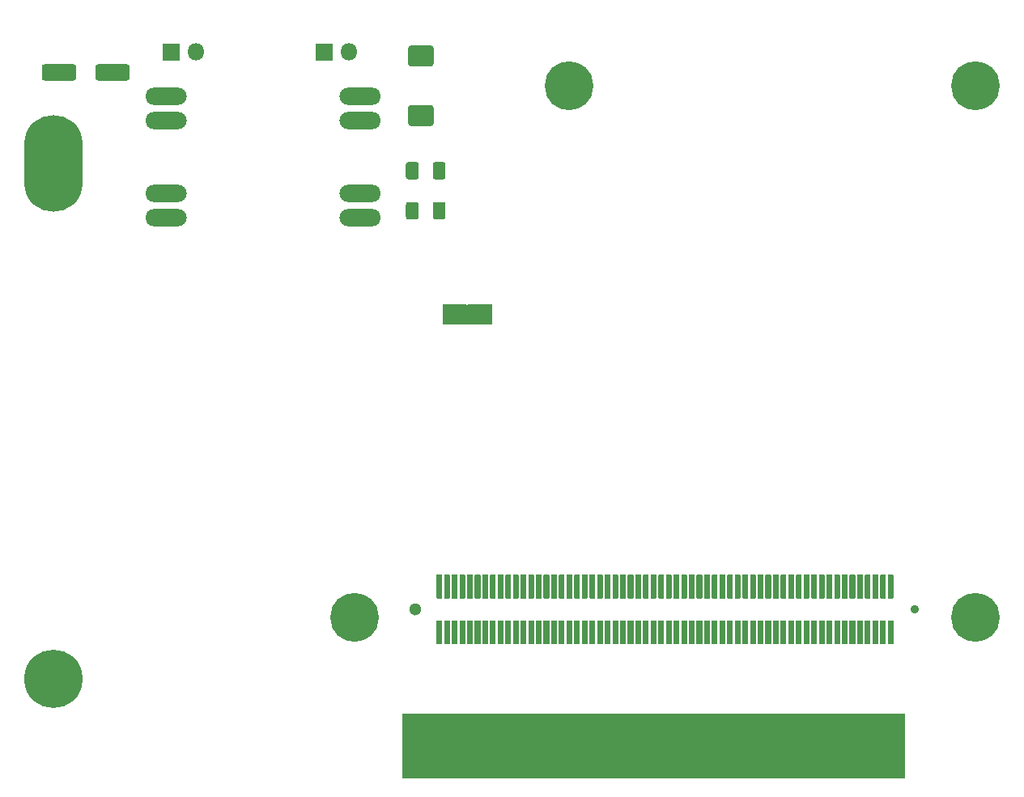
<source format=gts>
%TF.GenerationSoftware,KiCad,Pcbnew,(5.1.9)-1*%
%TF.CreationDate,2021-07-12T14:29:20+08:00*%
%TF.ProjectId,V1-10x10,56312d31-3078-4313-902e-6b696361645f,rev?*%
%TF.SameCoordinates,Original*%
%TF.FileFunction,Soldermask,Top*%
%TF.FilePolarity,Negative*%
%FSLAX46Y46*%
G04 Gerber Fmt 4.6, Leading zero omitted, Abs format (unit mm)*
G04 Created by KiCad (PCBNEW (5.1.9)-1) date 2021-07-12 14:29:20*
%MOMM*%
%LPD*%
G01*
G04 APERTURE LIST*
%ADD10C,0.100000*%
%ADD11O,6.100000X10.100000*%
%ADD12C,6.100000*%
%ADD13C,5.100000*%
%ADD14C,1.300000*%
%ADD15C,0.900000*%
%ADD16O,1.800000X1.800000*%
%ADD17C,1.800000*%
%ADD18O,4.340000X1.800000*%
G04 APERTURE END LIST*
D10*
G36*
X184800000Y-135000000D02*
G01*
X132250000Y-135000000D01*
X132250000Y-128350000D01*
X184800000Y-128350000D01*
X184800000Y-135000000D01*
G37*
X184800000Y-135000000D02*
X132250000Y-135000000D01*
X132250000Y-128350000D01*
X184800000Y-128350000D01*
X184800000Y-135000000D01*
G36*
X139480000Y-87530000D02*
G01*
X138680000Y-87530000D01*
X138680000Y-85530000D01*
X139480000Y-85530000D01*
X139480000Y-87530000D01*
G37*
X139480000Y-87530000D02*
X138680000Y-87530000D01*
X138680000Y-85530000D01*
X139480000Y-85530000D01*
X139480000Y-87530000D01*
G36*
G01*
X147250000Y-132700000D02*
X147250000Y-128400000D01*
G75*
G02*
X147300000Y-128350000I50000J0D01*
G01*
X148000000Y-128350000D01*
G75*
G02*
X148050000Y-128400000I0J-50000D01*
G01*
X148050000Y-132700000D01*
G75*
G02*
X148000000Y-132750000I-50000J0D01*
G01*
X147300000Y-132750000D01*
G75*
G02*
X147250000Y-132700000I0J50000D01*
G01*
G37*
G36*
G01*
X146250000Y-132700000D02*
X146250000Y-128400000D01*
G75*
G02*
X146300000Y-128350000I50000J0D01*
G01*
X147000000Y-128350000D01*
G75*
G02*
X147050000Y-128400000I0J-50000D01*
G01*
X147050000Y-132700000D01*
G75*
G02*
X147000000Y-132750000I-50000J0D01*
G01*
X146300000Y-132750000D01*
G75*
G02*
X146250000Y-132700000I0J50000D01*
G01*
G37*
G36*
G01*
X152250000Y-132700000D02*
X152250000Y-128400000D01*
G75*
G02*
X152300000Y-128350000I50000J0D01*
G01*
X153000000Y-128350000D01*
G75*
G02*
X153050000Y-128400000I0J-50000D01*
G01*
X153050000Y-132700000D01*
G75*
G02*
X153000000Y-132750000I-50000J0D01*
G01*
X152300000Y-132750000D01*
G75*
G02*
X152250000Y-132700000I0J50000D01*
G01*
G37*
G36*
G01*
X151250000Y-132700000D02*
X151250000Y-128400000D01*
G75*
G02*
X151300000Y-128350000I50000J0D01*
G01*
X152000000Y-128350000D01*
G75*
G02*
X152050000Y-128400000I0J-50000D01*
G01*
X152050000Y-132700000D01*
G75*
G02*
X152000000Y-132750000I-50000J0D01*
G01*
X151300000Y-132750000D01*
G75*
G02*
X151250000Y-132700000I0J50000D01*
G01*
G37*
G36*
G01*
X150250000Y-132700000D02*
X150250000Y-128400000D01*
G75*
G02*
X150300000Y-128350000I50000J0D01*
G01*
X151000000Y-128350000D01*
G75*
G02*
X151050000Y-128400000I0J-50000D01*
G01*
X151050000Y-132700000D01*
G75*
G02*
X151000000Y-132750000I-50000J0D01*
G01*
X150300000Y-132750000D01*
G75*
G02*
X150250000Y-132700000I0J50000D01*
G01*
G37*
G36*
G01*
X149250000Y-132700000D02*
X149250000Y-128400000D01*
G75*
G02*
X149300000Y-128350000I50000J0D01*
G01*
X150000000Y-128350000D01*
G75*
G02*
X150050000Y-128400000I0J-50000D01*
G01*
X150050000Y-132700000D01*
G75*
G02*
X150000000Y-132750000I-50000J0D01*
G01*
X149300000Y-132750000D01*
G75*
G02*
X149250000Y-132700000I0J50000D01*
G01*
G37*
G36*
G01*
X148250000Y-132700000D02*
X148250000Y-128400000D01*
G75*
G02*
X148300000Y-128350000I50000J0D01*
G01*
X149000000Y-128350000D01*
G75*
G02*
X149050000Y-128400000I0J-50000D01*
G01*
X149050000Y-132700000D01*
G75*
G02*
X149000000Y-132750000I-50000J0D01*
G01*
X148300000Y-132750000D01*
G75*
G02*
X148250000Y-132700000I0J50000D01*
G01*
G37*
G36*
G01*
X143250000Y-132700000D02*
X143250000Y-128400000D01*
G75*
G02*
X143300000Y-128350000I50000J0D01*
G01*
X144000000Y-128350000D01*
G75*
G02*
X144050000Y-128400000I0J-50000D01*
G01*
X144050000Y-132700000D01*
G75*
G02*
X144000000Y-132750000I-50000J0D01*
G01*
X143300000Y-132750000D01*
G75*
G02*
X143250000Y-132700000I0J50000D01*
G01*
G37*
G36*
G01*
X142250000Y-132700000D02*
X142250000Y-128400000D01*
G75*
G02*
X142300000Y-128350000I50000J0D01*
G01*
X143000000Y-128350000D01*
G75*
G02*
X143050000Y-128400000I0J-50000D01*
G01*
X143050000Y-132700000D01*
G75*
G02*
X143000000Y-132750000I-50000J0D01*
G01*
X142300000Y-132750000D01*
G75*
G02*
X142250000Y-132700000I0J50000D01*
G01*
G37*
G36*
G01*
X141250000Y-132700000D02*
X141250000Y-128400000D01*
G75*
G02*
X141300000Y-128350000I50000J0D01*
G01*
X142000000Y-128350000D01*
G75*
G02*
X142050000Y-128400000I0J-50000D01*
G01*
X142050000Y-132700000D01*
G75*
G02*
X142000000Y-132750000I-50000J0D01*
G01*
X141300000Y-132750000D01*
G75*
G02*
X141250000Y-132700000I0J50000D01*
G01*
G37*
G36*
G01*
X140250000Y-132700000D02*
X140250000Y-128400000D01*
G75*
G02*
X140300000Y-128350000I50000J0D01*
G01*
X141000000Y-128350000D01*
G75*
G02*
X141050000Y-128400000I0J-50000D01*
G01*
X141050000Y-132700000D01*
G75*
G02*
X141000000Y-132750000I-50000J0D01*
G01*
X140300000Y-132750000D01*
G75*
G02*
X140250000Y-132700000I0J50000D01*
G01*
G37*
G36*
G01*
X139250000Y-132700000D02*
X139250000Y-128400000D01*
G75*
G02*
X139300000Y-128350000I50000J0D01*
G01*
X140000000Y-128350000D01*
G75*
G02*
X140050000Y-128400000I0J-50000D01*
G01*
X140050000Y-132700000D01*
G75*
G02*
X140000000Y-132750000I-50000J0D01*
G01*
X139300000Y-132750000D01*
G75*
G02*
X139250000Y-132700000I0J50000D01*
G01*
G37*
G36*
G01*
X138250000Y-132700000D02*
X138250000Y-128400000D01*
G75*
G02*
X138300000Y-128350000I50000J0D01*
G01*
X139000000Y-128350000D01*
G75*
G02*
X139050000Y-128400000I0J-50000D01*
G01*
X139050000Y-132700000D01*
G75*
G02*
X139000000Y-132750000I-50000J0D01*
G01*
X138300000Y-132750000D01*
G75*
G02*
X138250000Y-132700000I0J50000D01*
G01*
G37*
G36*
G01*
X137250000Y-132700000D02*
X137250000Y-128400000D01*
G75*
G02*
X137300000Y-128350000I50000J0D01*
G01*
X138000000Y-128350000D01*
G75*
G02*
X138050000Y-128400000I0J-50000D01*
G01*
X138050000Y-132700000D01*
G75*
G02*
X138000000Y-132750000I-50000J0D01*
G01*
X137300000Y-132750000D01*
G75*
G02*
X137250000Y-132700000I0J50000D01*
G01*
G37*
G36*
G01*
X136250000Y-132700000D02*
X136250000Y-128400000D01*
G75*
G02*
X136300000Y-128350000I50000J0D01*
G01*
X137000000Y-128350000D01*
G75*
G02*
X137050000Y-128400000I0J-50000D01*
G01*
X137050000Y-132700000D01*
G75*
G02*
X137000000Y-132750000I-50000J0D01*
G01*
X136300000Y-132750000D01*
G75*
G02*
X136250000Y-132700000I0J50000D01*
G01*
G37*
G36*
G01*
X135250000Y-132700000D02*
X135250000Y-128400000D01*
G75*
G02*
X135300000Y-128350000I50000J0D01*
G01*
X136000000Y-128350000D01*
G75*
G02*
X136050000Y-128400000I0J-50000D01*
G01*
X136050000Y-132700000D01*
G75*
G02*
X136000000Y-132750000I-50000J0D01*
G01*
X135300000Y-132750000D01*
G75*
G02*
X135250000Y-132700000I0J50000D01*
G01*
G37*
G36*
G01*
X134250000Y-132700000D02*
X134250000Y-128400000D01*
G75*
G02*
X134300000Y-128350000I50000J0D01*
G01*
X135000000Y-128350000D01*
G75*
G02*
X135050000Y-128400000I0J-50000D01*
G01*
X135050000Y-132700000D01*
G75*
G02*
X135000000Y-132750000I-50000J0D01*
G01*
X134300000Y-132750000D01*
G75*
G02*
X134250000Y-132700000I0J50000D01*
G01*
G37*
G36*
G01*
X133250000Y-132700000D02*
X133250000Y-128400000D01*
G75*
G02*
X133300000Y-128350000I50000J0D01*
G01*
X134000000Y-128350000D01*
G75*
G02*
X134050000Y-128400000I0J-50000D01*
G01*
X134050000Y-132700000D01*
G75*
G02*
X134000000Y-132750000I-50000J0D01*
G01*
X133300000Y-132750000D01*
G75*
G02*
X133250000Y-132700000I0J50000D01*
G01*
G37*
G36*
G01*
X153250000Y-132700000D02*
X153250000Y-128400000D01*
G75*
G02*
X153300000Y-128350000I50000J0D01*
G01*
X154000000Y-128350000D01*
G75*
G02*
X154050000Y-128400000I0J-50000D01*
G01*
X154050000Y-132700000D01*
G75*
G02*
X154000000Y-132750000I-50000J0D01*
G01*
X153300000Y-132750000D01*
G75*
G02*
X153250000Y-132700000I0J50000D01*
G01*
G37*
G36*
G01*
X154250000Y-132700000D02*
X154250000Y-128400000D01*
G75*
G02*
X154300000Y-128350000I50000J0D01*
G01*
X155000000Y-128350000D01*
G75*
G02*
X155050000Y-128400000I0J-50000D01*
G01*
X155050000Y-132700000D01*
G75*
G02*
X155000000Y-132750000I-50000J0D01*
G01*
X154300000Y-132750000D01*
G75*
G02*
X154250000Y-132700000I0J50000D01*
G01*
G37*
G36*
G01*
X155250000Y-132700000D02*
X155250000Y-128400000D01*
G75*
G02*
X155300000Y-128350000I50000J0D01*
G01*
X156000000Y-128350000D01*
G75*
G02*
X156050000Y-128400000I0J-50000D01*
G01*
X156050000Y-132700000D01*
G75*
G02*
X156000000Y-132750000I-50000J0D01*
G01*
X155300000Y-132750000D01*
G75*
G02*
X155250000Y-132700000I0J50000D01*
G01*
G37*
G36*
G01*
X156250000Y-132700000D02*
X156250000Y-128400000D01*
G75*
G02*
X156300000Y-128350000I50000J0D01*
G01*
X157000000Y-128350000D01*
G75*
G02*
X157050000Y-128400000I0J-50000D01*
G01*
X157050000Y-132700000D01*
G75*
G02*
X157000000Y-132750000I-50000J0D01*
G01*
X156300000Y-132750000D01*
G75*
G02*
X156250000Y-132700000I0J50000D01*
G01*
G37*
G36*
G01*
X157250000Y-132700000D02*
X157250000Y-128400000D01*
G75*
G02*
X157300000Y-128350000I50000J0D01*
G01*
X158000000Y-128350000D01*
G75*
G02*
X158050000Y-128400000I0J-50000D01*
G01*
X158050000Y-132700000D01*
G75*
G02*
X158000000Y-132750000I-50000J0D01*
G01*
X157300000Y-132750000D01*
G75*
G02*
X157250000Y-132700000I0J50000D01*
G01*
G37*
G36*
G01*
X158250000Y-132700000D02*
X158250000Y-128400000D01*
G75*
G02*
X158300000Y-128350000I50000J0D01*
G01*
X159000000Y-128350000D01*
G75*
G02*
X159050000Y-128400000I0J-50000D01*
G01*
X159050000Y-132700000D01*
G75*
G02*
X159000000Y-132750000I-50000J0D01*
G01*
X158300000Y-132750000D01*
G75*
G02*
X158250000Y-132700000I0J50000D01*
G01*
G37*
G36*
G01*
X159250000Y-132700000D02*
X159250000Y-128400000D01*
G75*
G02*
X159300000Y-128350000I50000J0D01*
G01*
X160000000Y-128350000D01*
G75*
G02*
X160050000Y-128400000I0J-50000D01*
G01*
X160050000Y-132700000D01*
G75*
G02*
X160000000Y-132750000I-50000J0D01*
G01*
X159300000Y-132750000D01*
G75*
G02*
X159250000Y-132700000I0J50000D01*
G01*
G37*
G36*
G01*
X160250000Y-132700000D02*
X160250000Y-128400000D01*
G75*
G02*
X160300000Y-128350000I50000J0D01*
G01*
X161000000Y-128350000D01*
G75*
G02*
X161050000Y-128400000I0J-50000D01*
G01*
X161050000Y-132700000D01*
G75*
G02*
X161000000Y-132750000I-50000J0D01*
G01*
X160300000Y-132750000D01*
G75*
G02*
X160250000Y-132700000I0J50000D01*
G01*
G37*
G36*
G01*
X161250000Y-132700000D02*
X161250000Y-128400000D01*
G75*
G02*
X161300000Y-128350000I50000J0D01*
G01*
X162000000Y-128350000D01*
G75*
G02*
X162050000Y-128400000I0J-50000D01*
G01*
X162050000Y-132700000D01*
G75*
G02*
X162000000Y-132750000I-50000J0D01*
G01*
X161300000Y-132750000D01*
G75*
G02*
X161250000Y-132700000I0J50000D01*
G01*
G37*
G36*
G01*
X162250000Y-132700000D02*
X162250000Y-128400000D01*
G75*
G02*
X162300000Y-128350000I50000J0D01*
G01*
X163000000Y-128350000D01*
G75*
G02*
X163050000Y-128400000I0J-50000D01*
G01*
X163050000Y-132700000D01*
G75*
G02*
X163000000Y-132750000I-50000J0D01*
G01*
X162300000Y-132750000D01*
G75*
G02*
X162250000Y-132700000I0J50000D01*
G01*
G37*
G36*
G01*
X163250000Y-132700000D02*
X163250000Y-128400000D01*
G75*
G02*
X163300000Y-128350000I50000J0D01*
G01*
X164000000Y-128350000D01*
G75*
G02*
X164050000Y-128400000I0J-50000D01*
G01*
X164050000Y-132700000D01*
G75*
G02*
X164000000Y-132750000I-50000J0D01*
G01*
X163300000Y-132750000D01*
G75*
G02*
X163250000Y-132700000I0J50000D01*
G01*
G37*
G36*
G01*
X164250000Y-132700000D02*
X164250000Y-128400000D01*
G75*
G02*
X164300000Y-128350000I50000J0D01*
G01*
X165000000Y-128350000D01*
G75*
G02*
X165050000Y-128400000I0J-50000D01*
G01*
X165050000Y-132700000D01*
G75*
G02*
X165000000Y-132750000I-50000J0D01*
G01*
X164300000Y-132750000D01*
G75*
G02*
X164250000Y-132700000I0J50000D01*
G01*
G37*
G36*
G01*
X165250000Y-132700000D02*
X165250000Y-128400000D01*
G75*
G02*
X165300000Y-128350000I50000J0D01*
G01*
X166000000Y-128350000D01*
G75*
G02*
X166050000Y-128400000I0J-50000D01*
G01*
X166050000Y-132700000D01*
G75*
G02*
X166000000Y-132750000I-50000J0D01*
G01*
X165300000Y-132750000D01*
G75*
G02*
X165250000Y-132700000I0J50000D01*
G01*
G37*
G36*
G01*
X166250000Y-132700000D02*
X166250000Y-128400000D01*
G75*
G02*
X166300000Y-128350000I50000J0D01*
G01*
X167000000Y-128350000D01*
G75*
G02*
X167050000Y-128400000I0J-50000D01*
G01*
X167050000Y-132700000D01*
G75*
G02*
X167000000Y-132750000I-50000J0D01*
G01*
X166300000Y-132750000D01*
G75*
G02*
X166250000Y-132700000I0J50000D01*
G01*
G37*
G36*
G01*
X167250000Y-132700000D02*
X167250000Y-128400000D01*
G75*
G02*
X167300000Y-128350000I50000J0D01*
G01*
X168000000Y-128350000D01*
G75*
G02*
X168050000Y-128400000I0J-50000D01*
G01*
X168050000Y-132700000D01*
G75*
G02*
X168000000Y-132750000I-50000J0D01*
G01*
X167300000Y-132750000D01*
G75*
G02*
X167250000Y-132700000I0J50000D01*
G01*
G37*
G36*
G01*
X168250000Y-132700000D02*
X168250000Y-128400000D01*
G75*
G02*
X168300000Y-128350000I50000J0D01*
G01*
X169000000Y-128350000D01*
G75*
G02*
X169050000Y-128400000I0J-50000D01*
G01*
X169050000Y-132700000D01*
G75*
G02*
X169000000Y-132750000I-50000J0D01*
G01*
X168300000Y-132750000D01*
G75*
G02*
X168250000Y-132700000I0J50000D01*
G01*
G37*
G36*
G01*
X169250000Y-132700000D02*
X169250000Y-128400000D01*
G75*
G02*
X169300000Y-128350000I50000J0D01*
G01*
X170000000Y-128350000D01*
G75*
G02*
X170050000Y-128400000I0J-50000D01*
G01*
X170050000Y-132700000D01*
G75*
G02*
X170000000Y-132750000I-50000J0D01*
G01*
X169300000Y-132750000D01*
G75*
G02*
X169250000Y-132700000I0J50000D01*
G01*
G37*
G36*
G01*
X170250000Y-132700000D02*
X170250000Y-128400000D01*
G75*
G02*
X170300000Y-128350000I50000J0D01*
G01*
X171000000Y-128350000D01*
G75*
G02*
X171050000Y-128400000I0J-50000D01*
G01*
X171050000Y-132700000D01*
G75*
G02*
X171000000Y-132750000I-50000J0D01*
G01*
X170300000Y-132750000D01*
G75*
G02*
X170250000Y-132700000I0J50000D01*
G01*
G37*
G36*
G01*
X171250000Y-132700000D02*
X171250000Y-128400000D01*
G75*
G02*
X171300000Y-128350000I50000J0D01*
G01*
X172000000Y-128350000D01*
G75*
G02*
X172050000Y-128400000I0J-50000D01*
G01*
X172050000Y-132700000D01*
G75*
G02*
X172000000Y-132750000I-50000J0D01*
G01*
X171300000Y-132750000D01*
G75*
G02*
X171250000Y-132700000I0J50000D01*
G01*
G37*
G36*
G01*
X172250000Y-132700000D02*
X172250000Y-128400000D01*
G75*
G02*
X172300000Y-128350000I50000J0D01*
G01*
X173000000Y-128350000D01*
G75*
G02*
X173050000Y-128400000I0J-50000D01*
G01*
X173050000Y-132700000D01*
G75*
G02*
X173000000Y-132750000I-50000J0D01*
G01*
X172300000Y-132750000D01*
G75*
G02*
X172250000Y-132700000I0J50000D01*
G01*
G37*
G36*
G01*
X173250000Y-132700000D02*
X173250000Y-128400000D01*
G75*
G02*
X173300000Y-128350000I50000J0D01*
G01*
X174000000Y-128350000D01*
G75*
G02*
X174050000Y-128400000I0J-50000D01*
G01*
X174050000Y-132700000D01*
G75*
G02*
X174000000Y-132750000I-50000J0D01*
G01*
X173300000Y-132750000D01*
G75*
G02*
X173250000Y-132700000I0J50000D01*
G01*
G37*
G36*
G01*
X174250000Y-132700000D02*
X174250000Y-128400000D01*
G75*
G02*
X174300000Y-128350000I50000J0D01*
G01*
X175000000Y-128350000D01*
G75*
G02*
X175050000Y-128400000I0J-50000D01*
G01*
X175050000Y-132700000D01*
G75*
G02*
X175000000Y-132750000I-50000J0D01*
G01*
X174300000Y-132750000D01*
G75*
G02*
X174250000Y-132700000I0J50000D01*
G01*
G37*
G36*
G01*
X175250000Y-132700000D02*
X175250000Y-128400000D01*
G75*
G02*
X175300000Y-128350000I50000J0D01*
G01*
X176000000Y-128350000D01*
G75*
G02*
X176050000Y-128400000I0J-50000D01*
G01*
X176050000Y-132700000D01*
G75*
G02*
X176000000Y-132750000I-50000J0D01*
G01*
X175300000Y-132750000D01*
G75*
G02*
X175250000Y-132700000I0J50000D01*
G01*
G37*
G36*
G01*
X176250000Y-132700000D02*
X176250000Y-128400000D01*
G75*
G02*
X176300000Y-128350000I50000J0D01*
G01*
X177000000Y-128350000D01*
G75*
G02*
X177050000Y-128400000I0J-50000D01*
G01*
X177050000Y-132700000D01*
G75*
G02*
X177000000Y-132750000I-50000J0D01*
G01*
X176300000Y-132750000D01*
G75*
G02*
X176250000Y-132700000I0J50000D01*
G01*
G37*
G36*
G01*
X177250000Y-132700000D02*
X177250000Y-128400000D01*
G75*
G02*
X177300000Y-128350000I50000J0D01*
G01*
X178000000Y-128350000D01*
G75*
G02*
X178050000Y-128400000I0J-50000D01*
G01*
X178050000Y-132700000D01*
G75*
G02*
X178000000Y-132750000I-50000J0D01*
G01*
X177300000Y-132750000D01*
G75*
G02*
X177250000Y-132700000I0J50000D01*
G01*
G37*
G36*
G01*
X178250000Y-132700000D02*
X178250000Y-128400000D01*
G75*
G02*
X178300000Y-128350000I50000J0D01*
G01*
X179000000Y-128350000D01*
G75*
G02*
X179050000Y-128400000I0J-50000D01*
G01*
X179050000Y-132700000D01*
G75*
G02*
X179000000Y-132750000I-50000J0D01*
G01*
X178300000Y-132750000D01*
G75*
G02*
X178250000Y-132700000I0J50000D01*
G01*
G37*
G36*
G01*
X179250000Y-132700000D02*
X179250000Y-128400000D01*
G75*
G02*
X179300000Y-128350000I50000J0D01*
G01*
X180000000Y-128350000D01*
G75*
G02*
X180050000Y-128400000I0J-50000D01*
G01*
X180050000Y-132700000D01*
G75*
G02*
X180000000Y-132750000I-50000J0D01*
G01*
X179300000Y-132750000D01*
G75*
G02*
X179250000Y-132700000I0J50000D01*
G01*
G37*
G36*
G01*
X180250000Y-132700000D02*
X180250000Y-128400000D01*
G75*
G02*
X180300000Y-128350000I50000J0D01*
G01*
X181000000Y-128350000D01*
G75*
G02*
X181050000Y-128400000I0J-50000D01*
G01*
X181050000Y-132700000D01*
G75*
G02*
X181000000Y-132750000I-50000J0D01*
G01*
X180300000Y-132750000D01*
G75*
G02*
X180250000Y-132700000I0J50000D01*
G01*
G37*
G36*
G01*
X181250000Y-132700000D02*
X181250000Y-128400000D01*
G75*
G02*
X181300000Y-128350000I50000J0D01*
G01*
X182000000Y-128350000D01*
G75*
G02*
X182050000Y-128400000I0J-50000D01*
G01*
X182050000Y-132700000D01*
G75*
G02*
X182000000Y-132750000I-50000J0D01*
G01*
X181300000Y-132750000D01*
G75*
G02*
X181250000Y-132700000I0J50000D01*
G01*
G37*
G36*
G01*
X182250000Y-131600000D02*
X182250000Y-128400000D01*
G75*
G02*
X182300000Y-128350000I50000J0D01*
G01*
X183000000Y-128350000D01*
G75*
G02*
X183050000Y-128400000I0J-50000D01*
G01*
X183050000Y-131600000D01*
G75*
G02*
X183000000Y-131650000I-50000J0D01*
G01*
X182300000Y-131650000D01*
G75*
G02*
X182250000Y-131600000I0J50000D01*
G01*
G37*
G36*
G01*
X183250000Y-132700000D02*
X183250000Y-128400000D01*
G75*
G02*
X183300000Y-128350000I50000J0D01*
G01*
X184000000Y-128350000D01*
G75*
G02*
X184050000Y-128400000I0J-50000D01*
G01*
X184050000Y-132700000D01*
G75*
G02*
X184000000Y-132750000I-50000J0D01*
G01*
X183300000Y-132750000D01*
G75*
G02*
X183250000Y-132700000I0J50000D01*
G01*
G37*
D11*
X95800000Y-70750000D03*
D12*
X95800000Y-124650001D03*
G36*
G01*
X183050000Y-116220000D02*
X183050000Y-113820000D01*
G75*
G02*
X183100000Y-113770000I50000J0D01*
G01*
X183600000Y-113770000D01*
G75*
G02*
X183650000Y-113820000I0J-50000D01*
G01*
X183650000Y-116220000D01*
G75*
G02*
X183600000Y-116270000I-50000J0D01*
G01*
X183100000Y-116270000D01*
G75*
G02*
X183050000Y-116220000I0J50000D01*
G01*
G37*
G36*
G01*
X182250000Y-116220000D02*
X182250000Y-113820000D01*
G75*
G02*
X182300000Y-113770000I50000J0D01*
G01*
X182800000Y-113770000D01*
G75*
G02*
X182850000Y-113820000I0J-50000D01*
G01*
X182850000Y-116220000D01*
G75*
G02*
X182800000Y-116270000I-50000J0D01*
G01*
X182300000Y-116270000D01*
G75*
G02*
X182250000Y-116220000I0J50000D01*
G01*
G37*
G36*
G01*
X181450000Y-116220000D02*
X181450000Y-113820000D01*
G75*
G02*
X181500000Y-113770000I50000J0D01*
G01*
X182000000Y-113770000D01*
G75*
G02*
X182050000Y-113820000I0J-50000D01*
G01*
X182050000Y-116220000D01*
G75*
G02*
X182000000Y-116270000I-50000J0D01*
G01*
X181500000Y-116270000D01*
G75*
G02*
X181450000Y-116220000I0J50000D01*
G01*
G37*
G36*
G01*
X180650000Y-116220000D02*
X180650000Y-113820000D01*
G75*
G02*
X180700000Y-113770000I50000J0D01*
G01*
X181200000Y-113770000D01*
G75*
G02*
X181250000Y-113820000I0J-50000D01*
G01*
X181250000Y-116220000D01*
G75*
G02*
X181200000Y-116270000I-50000J0D01*
G01*
X180700000Y-116270000D01*
G75*
G02*
X180650000Y-116220000I0J50000D01*
G01*
G37*
G36*
G01*
X179850000Y-116220000D02*
X179850000Y-113820000D01*
G75*
G02*
X179900000Y-113770000I50000J0D01*
G01*
X180400000Y-113770000D01*
G75*
G02*
X180450000Y-113820000I0J-50000D01*
G01*
X180450000Y-116220000D01*
G75*
G02*
X180400000Y-116270000I-50000J0D01*
G01*
X179900000Y-116270000D01*
G75*
G02*
X179850000Y-116220000I0J50000D01*
G01*
G37*
G36*
G01*
X179050000Y-116220000D02*
X179050000Y-113820000D01*
G75*
G02*
X179100000Y-113770000I50000J0D01*
G01*
X179600000Y-113770000D01*
G75*
G02*
X179650000Y-113820000I0J-50000D01*
G01*
X179650000Y-116220000D01*
G75*
G02*
X179600000Y-116270000I-50000J0D01*
G01*
X179100000Y-116270000D01*
G75*
G02*
X179050000Y-116220000I0J50000D01*
G01*
G37*
G36*
G01*
X178250000Y-116220000D02*
X178250000Y-113820000D01*
G75*
G02*
X178300000Y-113770000I50000J0D01*
G01*
X178800000Y-113770000D01*
G75*
G02*
X178850000Y-113820000I0J-50000D01*
G01*
X178850000Y-116220000D01*
G75*
G02*
X178800000Y-116270000I-50000J0D01*
G01*
X178300000Y-116270000D01*
G75*
G02*
X178250000Y-116220000I0J50000D01*
G01*
G37*
G36*
G01*
X177450000Y-116220000D02*
X177450000Y-113820000D01*
G75*
G02*
X177500000Y-113770000I50000J0D01*
G01*
X178000000Y-113770000D01*
G75*
G02*
X178050000Y-113820000I0J-50000D01*
G01*
X178050000Y-116220000D01*
G75*
G02*
X178000000Y-116270000I-50000J0D01*
G01*
X177500000Y-116270000D01*
G75*
G02*
X177450000Y-116220000I0J50000D01*
G01*
G37*
G36*
G01*
X176650000Y-116220000D02*
X176650000Y-113820000D01*
G75*
G02*
X176700000Y-113770000I50000J0D01*
G01*
X177200000Y-113770000D01*
G75*
G02*
X177250000Y-113820000I0J-50000D01*
G01*
X177250000Y-116220000D01*
G75*
G02*
X177200000Y-116270000I-50000J0D01*
G01*
X176700000Y-116270000D01*
G75*
G02*
X176650000Y-116220000I0J50000D01*
G01*
G37*
G36*
G01*
X175850000Y-116220000D02*
X175850000Y-113820000D01*
G75*
G02*
X175900000Y-113770000I50000J0D01*
G01*
X176400000Y-113770000D01*
G75*
G02*
X176450000Y-113820000I0J-50000D01*
G01*
X176450000Y-116220000D01*
G75*
G02*
X176400000Y-116270000I-50000J0D01*
G01*
X175900000Y-116270000D01*
G75*
G02*
X175850000Y-116220000I0J50000D01*
G01*
G37*
G36*
G01*
X175050000Y-116220000D02*
X175050000Y-113820000D01*
G75*
G02*
X175100000Y-113770000I50000J0D01*
G01*
X175600000Y-113770000D01*
G75*
G02*
X175650000Y-113820000I0J-50000D01*
G01*
X175650000Y-116220000D01*
G75*
G02*
X175600000Y-116270000I-50000J0D01*
G01*
X175100000Y-116270000D01*
G75*
G02*
X175050000Y-116220000I0J50000D01*
G01*
G37*
G36*
G01*
X174250000Y-116220000D02*
X174250000Y-113820000D01*
G75*
G02*
X174300000Y-113770000I50000J0D01*
G01*
X174800000Y-113770000D01*
G75*
G02*
X174850000Y-113820000I0J-50000D01*
G01*
X174850000Y-116220000D01*
G75*
G02*
X174800000Y-116270000I-50000J0D01*
G01*
X174300000Y-116270000D01*
G75*
G02*
X174250000Y-116220000I0J50000D01*
G01*
G37*
G36*
G01*
X173450000Y-116220000D02*
X173450000Y-113820000D01*
G75*
G02*
X173500000Y-113770000I50000J0D01*
G01*
X174000000Y-113770000D01*
G75*
G02*
X174050000Y-113820000I0J-50000D01*
G01*
X174050000Y-116220000D01*
G75*
G02*
X174000000Y-116270000I-50000J0D01*
G01*
X173500000Y-116270000D01*
G75*
G02*
X173450000Y-116220000I0J50000D01*
G01*
G37*
G36*
G01*
X172650000Y-116220000D02*
X172650000Y-113820000D01*
G75*
G02*
X172700000Y-113770000I50000J0D01*
G01*
X173200000Y-113770000D01*
G75*
G02*
X173250000Y-113820000I0J-50000D01*
G01*
X173250000Y-116220000D01*
G75*
G02*
X173200000Y-116270000I-50000J0D01*
G01*
X172700000Y-116270000D01*
G75*
G02*
X172650000Y-116220000I0J50000D01*
G01*
G37*
G36*
G01*
X171850000Y-116220000D02*
X171850000Y-113820000D01*
G75*
G02*
X171900000Y-113770000I50000J0D01*
G01*
X172400000Y-113770000D01*
G75*
G02*
X172450000Y-113820000I0J-50000D01*
G01*
X172450000Y-116220000D01*
G75*
G02*
X172400000Y-116270000I-50000J0D01*
G01*
X171900000Y-116270000D01*
G75*
G02*
X171850000Y-116220000I0J50000D01*
G01*
G37*
G36*
G01*
X171050000Y-116220000D02*
X171050000Y-113820000D01*
G75*
G02*
X171100000Y-113770000I50000J0D01*
G01*
X171600000Y-113770000D01*
G75*
G02*
X171650000Y-113820000I0J-50000D01*
G01*
X171650000Y-116220000D01*
G75*
G02*
X171600000Y-116270000I-50000J0D01*
G01*
X171100000Y-116270000D01*
G75*
G02*
X171050000Y-116220000I0J50000D01*
G01*
G37*
G36*
G01*
X170250000Y-116220000D02*
X170250000Y-113820000D01*
G75*
G02*
X170300000Y-113770000I50000J0D01*
G01*
X170800000Y-113770000D01*
G75*
G02*
X170850000Y-113820000I0J-50000D01*
G01*
X170850000Y-116220000D01*
G75*
G02*
X170800000Y-116270000I-50000J0D01*
G01*
X170300000Y-116270000D01*
G75*
G02*
X170250000Y-116220000I0J50000D01*
G01*
G37*
G36*
G01*
X169450000Y-116220000D02*
X169450000Y-113820000D01*
G75*
G02*
X169500000Y-113770000I50000J0D01*
G01*
X170000000Y-113770000D01*
G75*
G02*
X170050000Y-113820000I0J-50000D01*
G01*
X170050000Y-116220000D01*
G75*
G02*
X170000000Y-116270000I-50000J0D01*
G01*
X169500000Y-116270000D01*
G75*
G02*
X169450000Y-116220000I0J50000D01*
G01*
G37*
G36*
G01*
X168650000Y-116220000D02*
X168650000Y-113820000D01*
G75*
G02*
X168700000Y-113770000I50000J0D01*
G01*
X169200000Y-113770000D01*
G75*
G02*
X169250000Y-113820000I0J-50000D01*
G01*
X169250000Y-116220000D01*
G75*
G02*
X169200000Y-116270000I-50000J0D01*
G01*
X168700000Y-116270000D01*
G75*
G02*
X168650000Y-116220000I0J50000D01*
G01*
G37*
G36*
G01*
X167850000Y-116220000D02*
X167850000Y-113820000D01*
G75*
G02*
X167900000Y-113770000I50000J0D01*
G01*
X168400000Y-113770000D01*
G75*
G02*
X168450000Y-113820000I0J-50000D01*
G01*
X168450000Y-116220000D01*
G75*
G02*
X168400000Y-116270000I-50000J0D01*
G01*
X167900000Y-116270000D01*
G75*
G02*
X167850000Y-116220000I0J50000D01*
G01*
G37*
G36*
G01*
X167050000Y-116220000D02*
X167050000Y-113820000D01*
G75*
G02*
X167100000Y-113770000I50000J0D01*
G01*
X167600000Y-113770000D01*
G75*
G02*
X167650000Y-113820000I0J-50000D01*
G01*
X167650000Y-116220000D01*
G75*
G02*
X167600000Y-116270000I-50000J0D01*
G01*
X167100000Y-116270000D01*
G75*
G02*
X167050000Y-116220000I0J50000D01*
G01*
G37*
G36*
G01*
X166250000Y-116220000D02*
X166250000Y-113820000D01*
G75*
G02*
X166300000Y-113770000I50000J0D01*
G01*
X166800000Y-113770000D01*
G75*
G02*
X166850000Y-113820000I0J-50000D01*
G01*
X166850000Y-116220000D01*
G75*
G02*
X166800000Y-116270000I-50000J0D01*
G01*
X166300000Y-116270000D01*
G75*
G02*
X166250000Y-116220000I0J50000D01*
G01*
G37*
G36*
G01*
X165450000Y-116220000D02*
X165450000Y-113820000D01*
G75*
G02*
X165500000Y-113770000I50000J0D01*
G01*
X166000000Y-113770000D01*
G75*
G02*
X166050000Y-113820000I0J-50000D01*
G01*
X166050000Y-116220000D01*
G75*
G02*
X166000000Y-116270000I-50000J0D01*
G01*
X165500000Y-116270000D01*
G75*
G02*
X165450000Y-116220000I0J50000D01*
G01*
G37*
G36*
G01*
X164650000Y-116220000D02*
X164650000Y-113820000D01*
G75*
G02*
X164700000Y-113770000I50000J0D01*
G01*
X165200000Y-113770000D01*
G75*
G02*
X165250000Y-113820000I0J-50000D01*
G01*
X165250000Y-116220000D01*
G75*
G02*
X165200000Y-116270000I-50000J0D01*
G01*
X164700000Y-116270000D01*
G75*
G02*
X164650000Y-116220000I0J50000D01*
G01*
G37*
G36*
G01*
X163850000Y-116220000D02*
X163850000Y-113820000D01*
G75*
G02*
X163900000Y-113770000I50000J0D01*
G01*
X164400000Y-113770000D01*
G75*
G02*
X164450000Y-113820000I0J-50000D01*
G01*
X164450000Y-116220000D01*
G75*
G02*
X164400000Y-116270000I-50000J0D01*
G01*
X163900000Y-116270000D01*
G75*
G02*
X163850000Y-116220000I0J50000D01*
G01*
G37*
G36*
G01*
X163050000Y-116220000D02*
X163050000Y-113820000D01*
G75*
G02*
X163100000Y-113770000I50000J0D01*
G01*
X163600000Y-113770000D01*
G75*
G02*
X163650000Y-113820000I0J-50000D01*
G01*
X163650000Y-116220000D01*
G75*
G02*
X163600000Y-116270000I-50000J0D01*
G01*
X163100000Y-116270000D01*
G75*
G02*
X163050000Y-116220000I0J50000D01*
G01*
G37*
G36*
G01*
X162250000Y-116220000D02*
X162250000Y-113820000D01*
G75*
G02*
X162300000Y-113770000I50000J0D01*
G01*
X162800000Y-113770000D01*
G75*
G02*
X162850000Y-113820000I0J-50000D01*
G01*
X162850000Y-116220000D01*
G75*
G02*
X162800000Y-116270000I-50000J0D01*
G01*
X162300000Y-116270000D01*
G75*
G02*
X162250000Y-116220000I0J50000D01*
G01*
G37*
G36*
G01*
X161450000Y-116220000D02*
X161450000Y-113820000D01*
G75*
G02*
X161500000Y-113770000I50000J0D01*
G01*
X162000000Y-113770000D01*
G75*
G02*
X162050000Y-113820000I0J-50000D01*
G01*
X162050000Y-116220000D01*
G75*
G02*
X162000000Y-116270000I-50000J0D01*
G01*
X161500000Y-116270000D01*
G75*
G02*
X161450000Y-116220000I0J50000D01*
G01*
G37*
G36*
G01*
X160650000Y-116220000D02*
X160650000Y-113820000D01*
G75*
G02*
X160700000Y-113770000I50000J0D01*
G01*
X161200000Y-113770000D01*
G75*
G02*
X161250000Y-113820000I0J-50000D01*
G01*
X161250000Y-116220000D01*
G75*
G02*
X161200000Y-116270000I-50000J0D01*
G01*
X160700000Y-116270000D01*
G75*
G02*
X160650000Y-116220000I0J50000D01*
G01*
G37*
G36*
G01*
X159850000Y-116220000D02*
X159850000Y-113820000D01*
G75*
G02*
X159900000Y-113770000I50000J0D01*
G01*
X160400000Y-113770000D01*
G75*
G02*
X160450000Y-113820000I0J-50000D01*
G01*
X160450000Y-116220000D01*
G75*
G02*
X160400000Y-116270000I-50000J0D01*
G01*
X159900000Y-116270000D01*
G75*
G02*
X159850000Y-116220000I0J50000D01*
G01*
G37*
G36*
G01*
X159050000Y-116220000D02*
X159050000Y-113820000D01*
G75*
G02*
X159100000Y-113770000I50000J0D01*
G01*
X159600000Y-113770000D01*
G75*
G02*
X159650000Y-113820000I0J-50000D01*
G01*
X159650000Y-116220000D01*
G75*
G02*
X159600000Y-116270000I-50000J0D01*
G01*
X159100000Y-116270000D01*
G75*
G02*
X159050000Y-116220000I0J50000D01*
G01*
G37*
G36*
G01*
X158250000Y-116220000D02*
X158250000Y-113820000D01*
G75*
G02*
X158300000Y-113770000I50000J0D01*
G01*
X158800000Y-113770000D01*
G75*
G02*
X158850000Y-113820000I0J-50000D01*
G01*
X158850000Y-116220000D01*
G75*
G02*
X158800000Y-116270000I-50000J0D01*
G01*
X158300000Y-116270000D01*
G75*
G02*
X158250000Y-116220000I0J50000D01*
G01*
G37*
G36*
G01*
X157450000Y-116220000D02*
X157450000Y-113820000D01*
G75*
G02*
X157500000Y-113770000I50000J0D01*
G01*
X158000000Y-113770000D01*
G75*
G02*
X158050000Y-113820000I0J-50000D01*
G01*
X158050000Y-116220000D01*
G75*
G02*
X158000000Y-116270000I-50000J0D01*
G01*
X157500000Y-116270000D01*
G75*
G02*
X157450000Y-116220000I0J50000D01*
G01*
G37*
G36*
G01*
X156650000Y-116220000D02*
X156650000Y-113820000D01*
G75*
G02*
X156700000Y-113770000I50000J0D01*
G01*
X157200000Y-113770000D01*
G75*
G02*
X157250000Y-113820000I0J-50000D01*
G01*
X157250000Y-116220000D01*
G75*
G02*
X157200000Y-116270000I-50000J0D01*
G01*
X156700000Y-116270000D01*
G75*
G02*
X156650000Y-116220000I0J50000D01*
G01*
G37*
G36*
G01*
X155850000Y-116220000D02*
X155850000Y-113820000D01*
G75*
G02*
X155900000Y-113770000I50000J0D01*
G01*
X156400000Y-113770000D01*
G75*
G02*
X156450000Y-113820000I0J-50000D01*
G01*
X156450000Y-116220000D01*
G75*
G02*
X156400000Y-116270000I-50000J0D01*
G01*
X155900000Y-116270000D01*
G75*
G02*
X155850000Y-116220000I0J50000D01*
G01*
G37*
G36*
G01*
X155050000Y-116220000D02*
X155050000Y-113820000D01*
G75*
G02*
X155100000Y-113770000I50000J0D01*
G01*
X155600000Y-113770000D01*
G75*
G02*
X155650000Y-113820000I0J-50000D01*
G01*
X155650000Y-116220000D01*
G75*
G02*
X155600000Y-116270000I-50000J0D01*
G01*
X155100000Y-116270000D01*
G75*
G02*
X155050000Y-116220000I0J50000D01*
G01*
G37*
G36*
G01*
X154250000Y-116220000D02*
X154250000Y-113820000D01*
G75*
G02*
X154300000Y-113770000I50000J0D01*
G01*
X154800000Y-113770000D01*
G75*
G02*
X154850000Y-113820000I0J-50000D01*
G01*
X154850000Y-116220000D01*
G75*
G02*
X154800000Y-116270000I-50000J0D01*
G01*
X154300000Y-116270000D01*
G75*
G02*
X154250000Y-116220000I0J50000D01*
G01*
G37*
G36*
G01*
X153450000Y-116220000D02*
X153450000Y-113820000D01*
G75*
G02*
X153500000Y-113770000I50000J0D01*
G01*
X154000000Y-113770000D01*
G75*
G02*
X154050000Y-113820000I0J-50000D01*
G01*
X154050000Y-116220000D01*
G75*
G02*
X154000000Y-116270000I-50000J0D01*
G01*
X153500000Y-116270000D01*
G75*
G02*
X153450000Y-116220000I0J50000D01*
G01*
G37*
G36*
G01*
X152650000Y-116220000D02*
X152650000Y-113820000D01*
G75*
G02*
X152700000Y-113770000I50000J0D01*
G01*
X153200000Y-113770000D01*
G75*
G02*
X153250000Y-113820000I0J-50000D01*
G01*
X153250000Y-116220000D01*
G75*
G02*
X153200000Y-116270000I-50000J0D01*
G01*
X152700000Y-116270000D01*
G75*
G02*
X152650000Y-116220000I0J50000D01*
G01*
G37*
G36*
G01*
X151850000Y-116220000D02*
X151850000Y-113820000D01*
G75*
G02*
X151900000Y-113770000I50000J0D01*
G01*
X152400000Y-113770000D01*
G75*
G02*
X152450000Y-113820000I0J-50000D01*
G01*
X152450000Y-116220000D01*
G75*
G02*
X152400000Y-116270000I-50000J0D01*
G01*
X151900000Y-116270000D01*
G75*
G02*
X151850000Y-116220000I0J50000D01*
G01*
G37*
G36*
G01*
X151050000Y-116220000D02*
X151050000Y-113820000D01*
G75*
G02*
X151100000Y-113770000I50000J0D01*
G01*
X151600000Y-113770000D01*
G75*
G02*
X151650000Y-113820000I0J-50000D01*
G01*
X151650000Y-116220000D01*
G75*
G02*
X151600000Y-116270000I-50000J0D01*
G01*
X151100000Y-116270000D01*
G75*
G02*
X151050000Y-116220000I0J50000D01*
G01*
G37*
G36*
G01*
X150250000Y-116220000D02*
X150250000Y-113820000D01*
G75*
G02*
X150300000Y-113770000I50000J0D01*
G01*
X150800000Y-113770000D01*
G75*
G02*
X150850000Y-113820000I0J-50000D01*
G01*
X150850000Y-116220000D01*
G75*
G02*
X150800000Y-116270000I-50000J0D01*
G01*
X150300000Y-116270000D01*
G75*
G02*
X150250000Y-116220000I0J50000D01*
G01*
G37*
G36*
G01*
X149450000Y-116220000D02*
X149450000Y-113820000D01*
G75*
G02*
X149500000Y-113770000I50000J0D01*
G01*
X150000000Y-113770000D01*
G75*
G02*
X150050000Y-113820000I0J-50000D01*
G01*
X150050000Y-116220000D01*
G75*
G02*
X150000000Y-116270000I-50000J0D01*
G01*
X149500000Y-116270000D01*
G75*
G02*
X149450000Y-116220000I0J50000D01*
G01*
G37*
G36*
G01*
X148650000Y-116220000D02*
X148650000Y-113820000D01*
G75*
G02*
X148700000Y-113770000I50000J0D01*
G01*
X149200000Y-113770000D01*
G75*
G02*
X149250000Y-113820000I0J-50000D01*
G01*
X149250000Y-116220000D01*
G75*
G02*
X149200000Y-116270000I-50000J0D01*
G01*
X148700000Y-116270000D01*
G75*
G02*
X148650000Y-116220000I0J50000D01*
G01*
G37*
G36*
G01*
X147850000Y-116220000D02*
X147850000Y-113820000D01*
G75*
G02*
X147900000Y-113770000I50000J0D01*
G01*
X148400000Y-113770000D01*
G75*
G02*
X148450000Y-113820000I0J-50000D01*
G01*
X148450000Y-116220000D01*
G75*
G02*
X148400000Y-116270000I-50000J0D01*
G01*
X147900000Y-116270000D01*
G75*
G02*
X147850000Y-116220000I0J50000D01*
G01*
G37*
G36*
G01*
X147050000Y-116220000D02*
X147050000Y-113820000D01*
G75*
G02*
X147100000Y-113770000I50000J0D01*
G01*
X147600000Y-113770000D01*
G75*
G02*
X147650000Y-113820000I0J-50000D01*
G01*
X147650000Y-116220000D01*
G75*
G02*
X147600000Y-116270000I-50000J0D01*
G01*
X147100000Y-116270000D01*
G75*
G02*
X147050000Y-116220000I0J50000D01*
G01*
G37*
G36*
G01*
X146250000Y-116220000D02*
X146250000Y-113820000D01*
G75*
G02*
X146300000Y-113770000I50000J0D01*
G01*
X146800000Y-113770000D01*
G75*
G02*
X146850000Y-113820000I0J-50000D01*
G01*
X146850000Y-116220000D01*
G75*
G02*
X146800000Y-116270000I-50000J0D01*
G01*
X146300000Y-116270000D01*
G75*
G02*
X146250000Y-116220000I0J50000D01*
G01*
G37*
G36*
G01*
X145450000Y-116220000D02*
X145450000Y-113820000D01*
G75*
G02*
X145500000Y-113770000I50000J0D01*
G01*
X146000000Y-113770000D01*
G75*
G02*
X146050000Y-113820000I0J-50000D01*
G01*
X146050000Y-116220000D01*
G75*
G02*
X146000000Y-116270000I-50000J0D01*
G01*
X145500000Y-116270000D01*
G75*
G02*
X145450000Y-116220000I0J50000D01*
G01*
G37*
G36*
G01*
X144650000Y-116220000D02*
X144650000Y-113820000D01*
G75*
G02*
X144700000Y-113770000I50000J0D01*
G01*
X145200000Y-113770000D01*
G75*
G02*
X145250000Y-113820000I0J-50000D01*
G01*
X145250000Y-116220000D01*
G75*
G02*
X145200000Y-116270000I-50000J0D01*
G01*
X144700000Y-116270000D01*
G75*
G02*
X144650000Y-116220000I0J50000D01*
G01*
G37*
G36*
G01*
X143850000Y-116220000D02*
X143850000Y-113820000D01*
G75*
G02*
X143900000Y-113770000I50000J0D01*
G01*
X144400000Y-113770000D01*
G75*
G02*
X144450000Y-113820000I0J-50000D01*
G01*
X144450000Y-116220000D01*
G75*
G02*
X144400000Y-116270000I-50000J0D01*
G01*
X143900000Y-116270000D01*
G75*
G02*
X143850000Y-116220000I0J50000D01*
G01*
G37*
G36*
G01*
X143050000Y-116220000D02*
X143050000Y-113820000D01*
G75*
G02*
X143100000Y-113770000I50000J0D01*
G01*
X143600000Y-113770000D01*
G75*
G02*
X143650000Y-113820000I0J-50000D01*
G01*
X143650000Y-116220000D01*
G75*
G02*
X143600000Y-116270000I-50000J0D01*
G01*
X143100000Y-116270000D01*
G75*
G02*
X143050000Y-116220000I0J50000D01*
G01*
G37*
G36*
G01*
X142250000Y-116220000D02*
X142250000Y-113820000D01*
G75*
G02*
X142300000Y-113770000I50000J0D01*
G01*
X142800000Y-113770000D01*
G75*
G02*
X142850000Y-113820000I0J-50000D01*
G01*
X142850000Y-116220000D01*
G75*
G02*
X142800000Y-116270000I-50000J0D01*
G01*
X142300000Y-116270000D01*
G75*
G02*
X142250000Y-116220000I0J50000D01*
G01*
G37*
G36*
G01*
X141450000Y-116220000D02*
X141450000Y-113820000D01*
G75*
G02*
X141500000Y-113770000I50000J0D01*
G01*
X142000000Y-113770000D01*
G75*
G02*
X142050000Y-113820000I0J-50000D01*
G01*
X142050000Y-116220000D01*
G75*
G02*
X142000000Y-116270000I-50000J0D01*
G01*
X141500000Y-116270000D01*
G75*
G02*
X141450000Y-116220000I0J50000D01*
G01*
G37*
G36*
G01*
X140650000Y-116220000D02*
X140650000Y-113820000D01*
G75*
G02*
X140700000Y-113770000I50000J0D01*
G01*
X141200000Y-113770000D01*
G75*
G02*
X141250000Y-113820000I0J-50000D01*
G01*
X141250000Y-116220000D01*
G75*
G02*
X141200000Y-116270000I-50000J0D01*
G01*
X140700000Y-116270000D01*
G75*
G02*
X140650000Y-116220000I0J50000D01*
G01*
G37*
G36*
G01*
X139850000Y-116220000D02*
X139850000Y-113820000D01*
G75*
G02*
X139900000Y-113770000I50000J0D01*
G01*
X140400000Y-113770000D01*
G75*
G02*
X140450000Y-113820000I0J-50000D01*
G01*
X140450000Y-116220000D01*
G75*
G02*
X140400000Y-116270000I-50000J0D01*
G01*
X139900000Y-116270000D01*
G75*
G02*
X139850000Y-116220000I0J50000D01*
G01*
G37*
G36*
G01*
X139050000Y-116220000D02*
X139050000Y-113820000D01*
G75*
G02*
X139100000Y-113770000I50000J0D01*
G01*
X139600000Y-113770000D01*
G75*
G02*
X139650000Y-113820000I0J-50000D01*
G01*
X139650000Y-116220000D01*
G75*
G02*
X139600000Y-116270000I-50000J0D01*
G01*
X139100000Y-116270000D01*
G75*
G02*
X139050000Y-116220000I0J50000D01*
G01*
G37*
G36*
G01*
X138250000Y-116220000D02*
X138250000Y-113820000D01*
G75*
G02*
X138300000Y-113770000I50000J0D01*
G01*
X138800000Y-113770000D01*
G75*
G02*
X138850000Y-113820000I0J-50000D01*
G01*
X138850000Y-116220000D01*
G75*
G02*
X138800000Y-116270000I-50000J0D01*
G01*
X138300000Y-116270000D01*
G75*
G02*
X138250000Y-116220000I0J50000D01*
G01*
G37*
G36*
G01*
X137450000Y-116220000D02*
X137450000Y-113820000D01*
G75*
G02*
X137500000Y-113770000I50000J0D01*
G01*
X138000000Y-113770000D01*
G75*
G02*
X138050000Y-113820000I0J-50000D01*
G01*
X138050000Y-116220000D01*
G75*
G02*
X138000000Y-116270000I-50000J0D01*
G01*
X137500000Y-116270000D01*
G75*
G02*
X137450000Y-116220000I0J50000D01*
G01*
G37*
G36*
G01*
X136650000Y-116220000D02*
X136650000Y-113820000D01*
G75*
G02*
X136700000Y-113770000I50000J0D01*
G01*
X137200000Y-113770000D01*
G75*
G02*
X137250000Y-113820000I0J-50000D01*
G01*
X137250000Y-116220000D01*
G75*
G02*
X137200000Y-116270000I-50000J0D01*
G01*
X136700000Y-116270000D01*
G75*
G02*
X136650000Y-116220000I0J50000D01*
G01*
G37*
G36*
G01*
X135850000Y-116220000D02*
X135850000Y-113820000D01*
G75*
G02*
X135900000Y-113770000I50000J0D01*
G01*
X136400000Y-113770000D01*
G75*
G02*
X136450000Y-113820000I0J-50000D01*
G01*
X136450000Y-116220000D01*
G75*
G02*
X136400000Y-116270000I-50000J0D01*
G01*
X135900000Y-116270000D01*
G75*
G02*
X135850000Y-116220000I0J50000D01*
G01*
G37*
G36*
G01*
X183050000Y-121020000D02*
X183050000Y-118620000D01*
G75*
G02*
X183100000Y-118570000I50000J0D01*
G01*
X183600000Y-118570000D01*
G75*
G02*
X183650000Y-118620000I0J-50000D01*
G01*
X183650000Y-121020000D01*
G75*
G02*
X183600000Y-121070000I-50000J0D01*
G01*
X183100000Y-121070000D01*
G75*
G02*
X183050000Y-121020000I0J50000D01*
G01*
G37*
G36*
G01*
X182250000Y-121020000D02*
X182250000Y-118620000D01*
G75*
G02*
X182300000Y-118570000I50000J0D01*
G01*
X182800000Y-118570000D01*
G75*
G02*
X182850000Y-118620000I0J-50000D01*
G01*
X182850000Y-121020000D01*
G75*
G02*
X182800000Y-121070000I-50000J0D01*
G01*
X182300000Y-121070000D01*
G75*
G02*
X182250000Y-121020000I0J50000D01*
G01*
G37*
G36*
G01*
X181450000Y-121020000D02*
X181450000Y-118620000D01*
G75*
G02*
X181500000Y-118570000I50000J0D01*
G01*
X182000000Y-118570000D01*
G75*
G02*
X182050000Y-118620000I0J-50000D01*
G01*
X182050000Y-121020000D01*
G75*
G02*
X182000000Y-121070000I-50000J0D01*
G01*
X181500000Y-121070000D01*
G75*
G02*
X181450000Y-121020000I0J50000D01*
G01*
G37*
G36*
G01*
X180650000Y-121020000D02*
X180650000Y-118620000D01*
G75*
G02*
X180700000Y-118570000I50000J0D01*
G01*
X181200000Y-118570000D01*
G75*
G02*
X181250000Y-118620000I0J-50000D01*
G01*
X181250000Y-121020000D01*
G75*
G02*
X181200000Y-121070000I-50000J0D01*
G01*
X180700000Y-121070000D01*
G75*
G02*
X180650000Y-121020000I0J50000D01*
G01*
G37*
G36*
G01*
X179850000Y-121020000D02*
X179850000Y-118620000D01*
G75*
G02*
X179900000Y-118570000I50000J0D01*
G01*
X180400000Y-118570000D01*
G75*
G02*
X180450000Y-118620000I0J-50000D01*
G01*
X180450000Y-121020000D01*
G75*
G02*
X180400000Y-121070000I-50000J0D01*
G01*
X179900000Y-121070000D01*
G75*
G02*
X179850000Y-121020000I0J50000D01*
G01*
G37*
G36*
G01*
X179050000Y-121020000D02*
X179050000Y-118620000D01*
G75*
G02*
X179100000Y-118570000I50000J0D01*
G01*
X179600000Y-118570000D01*
G75*
G02*
X179650000Y-118620000I0J-50000D01*
G01*
X179650000Y-121020000D01*
G75*
G02*
X179600000Y-121070000I-50000J0D01*
G01*
X179100000Y-121070000D01*
G75*
G02*
X179050000Y-121020000I0J50000D01*
G01*
G37*
G36*
G01*
X178250000Y-121020000D02*
X178250000Y-118620000D01*
G75*
G02*
X178300000Y-118570000I50000J0D01*
G01*
X178800000Y-118570000D01*
G75*
G02*
X178850000Y-118620000I0J-50000D01*
G01*
X178850000Y-121020000D01*
G75*
G02*
X178800000Y-121070000I-50000J0D01*
G01*
X178300000Y-121070000D01*
G75*
G02*
X178250000Y-121020000I0J50000D01*
G01*
G37*
G36*
G01*
X177450000Y-121020000D02*
X177450000Y-118620000D01*
G75*
G02*
X177500000Y-118570000I50000J0D01*
G01*
X178000000Y-118570000D01*
G75*
G02*
X178050000Y-118620000I0J-50000D01*
G01*
X178050000Y-121020000D01*
G75*
G02*
X178000000Y-121070000I-50000J0D01*
G01*
X177500000Y-121070000D01*
G75*
G02*
X177450000Y-121020000I0J50000D01*
G01*
G37*
G36*
G01*
X176650000Y-121020000D02*
X176650000Y-118620000D01*
G75*
G02*
X176700000Y-118570000I50000J0D01*
G01*
X177200000Y-118570000D01*
G75*
G02*
X177250000Y-118620000I0J-50000D01*
G01*
X177250000Y-121020000D01*
G75*
G02*
X177200000Y-121070000I-50000J0D01*
G01*
X176700000Y-121070000D01*
G75*
G02*
X176650000Y-121020000I0J50000D01*
G01*
G37*
G36*
G01*
X175850000Y-121020000D02*
X175850000Y-118620000D01*
G75*
G02*
X175900000Y-118570000I50000J0D01*
G01*
X176400000Y-118570000D01*
G75*
G02*
X176450000Y-118620000I0J-50000D01*
G01*
X176450000Y-121020000D01*
G75*
G02*
X176400000Y-121070000I-50000J0D01*
G01*
X175900000Y-121070000D01*
G75*
G02*
X175850000Y-121020000I0J50000D01*
G01*
G37*
G36*
G01*
X175050000Y-121020000D02*
X175050000Y-118620000D01*
G75*
G02*
X175100000Y-118570000I50000J0D01*
G01*
X175600000Y-118570000D01*
G75*
G02*
X175650000Y-118620000I0J-50000D01*
G01*
X175650000Y-121020000D01*
G75*
G02*
X175600000Y-121070000I-50000J0D01*
G01*
X175100000Y-121070000D01*
G75*
G02*
X175050000Y-121020000I0J50000D01*
G01*
G37*
G36*
G01*
X174250000Y-121020000D02*
X174250000Y-118620000D01*
G75*
G02*
X174300000Y-118570000I50000J0D01*
G01*
X174800000Y-118570000D01*
G75*
G02*
X174850000Y-118620000I0J-50000D01*
G01*
X174850000Y-121020000D01*
G75*
G02*
X174800000Y-121070000I-50000J0D01*
G01*
X174300000Y-121070000D01*
G75*
G02*
X174250000Y-121020000I0J50000D01*
G01*
G37*
G36*
G01*
X173450000Y-121020000D02*
X173450000Y-118620000D01*
G75*
G02*
X173500000Y-118570000I50000J0D01*
G01*
X174000000Y-118570000D01*
G75*
G02*
X174050000Y-118620000I0J-50000D01*
G01*
X174050000Y-121020000D01*
G75*
G02*
X174000000Y-121070000I-50000J0D01*
G01*
X173500000Y-121070000D01*
G75*
G02*
X173450000Y-121020000I0J50000D01*
G01*
G37*
G36*
G01*
X172650000Y-121020000D02*
X172650000Y-118620000D01*
G75*
G02*
X172700000Y-118570000I50000J0D01*
G01*
X173200000Y-118570000D01*
G75*
G02*
X173250000Y-118620000I0J-50000D01*
G01*
X173250000Y-121020000D01*
G75*
G02*
X173200000Y-121070000I-50000J0D01*
G01*
X172700000Y-121070000D01*
G75*
G02*
X172650000Y-121020000I0J50000D01*
G01*
G37*
G36*
G01*
X171850000Y-121020000D02*
X171850000Y-118620000D01*
G75*
G02*
X171900000Y-118570000I50000J0D01*
G01*
X172400000Y-118570000D01*
G75*
G02*
X172450000Y-118620000I0J-50000D01*
G01*
X172450000Y-121020000D01*
G75*
G02*
X172400000Y-121070000I-50000J0D01*
G01*
X171900000Y-121070000D01*
G75*
G02*
X171850000Y-121020000I0J50000D01*
G01*
G37*
G36*
G01*
X171050000Y-121020000D02*
X171050000Y-118620000D01*
G75*
G02*
X171100000Y-118570000I50000J0D01*
G01*
X171600000Y-118570000D01*
G75*
G02*
X171650000Y-118620000I0J-50000D01*
G01*
X171650000Y-121020000D01*
G75*
G02*
X171600000Y-121070000I-50000J0D01*
G01*
X171100000Y-121070000D01*
G75*
G02*
X171050000Y-121020000I0J50000D01*
G01*
G37*
G36*
G01*
X170250000Y-121020000D02*
X170250000Y-118620000D01*
G75*
G02*
X170300000Y-118570000I50000J0D01*
G01*
X170800000Y-118570000D01*
G75*
G02*
X170850000Y-118620000I0J-50000D01*
G01*
X170850000Y-121020000D01*
G75*
G02*
X170800000Y-121070000I-50000J0D01*
G01*
X170300000Y-121070000D01*
G75*
G02*
X170250000Y-121020000I0J50000D01*
G01*
G37*
G36*
G01*
X169450000Y-121020000D02*
X169450000Y-118620000D01*
G75*
G02*
X169500000Y-118570000I50000J0D01*
G01*
X170000000Y-118570000D01*
G75*
G02*
X170050000Y-118620000I0J-50000D01*
G01*
X170050000Y-121020000D01*
G75*
G02*
X170000000Y-121070000I-50000J0D01*
G01*
X169500000Y-121070000D01*
G75*
G02*
X169450000Y-121020000I0J50000D01*
G01*
G37*
G36*
G01*
X168650000Y-121020000D02*
X168650000Y-118620000D01*
G75*
G02*
X168700000Y-118570000I50000J0D01*
G01*
X169200000Y-118570000D01*
G75*
G02*
X169250000Y-118620000I0J-50000D01*
G01*
X169250000Y-121020000D01*
G75*
G02*
X169200000Y-121070000I-50000J0D01*
G01*
X168700000Y-121070000D01*
G75*
G02*
X168650000Y-121020000I0J50000D01*
G01*
G37*
G36*
G01*
X167850000Y-121020000D02*
X167850000Y-118620000D01*
G75*
G02*
X167900000Y-118570000I50000J0D01*
G01*
X168400000Y-118570000D01*
G75*
G02*
X168450000Y-118620000I0J-50000D01*
G01*
X168450000Y-121020000D01*
G75*
G02*
X168400000Y-121070000I-50000J0D01*
G01*
X167900000Y-121070000D01*
G75*
G02*
X167850000Y-121020000I0J50000D01*
G01*
G37*
G36*
G01*
X167050000Y-121020000D02*
X167050000Y-118620000D01*
G75*
G02*
X167100000Y-118570000I50000J0D01*
G01*
X167600000Y-118570000D01*
G75*
G02*
X167650000Y-118620000I0J-50000D01*
G01*
X167650000Y-121020000D01*
G75*
G02*
X167600000Y-121070000I-50000J0D01*
G01*
X167100000Y-121070000D01*
G75*
G02*
X167050000Y-121020000I0J50000D01*
G01*
G37*
G36*
G01*
X166250000Y-121020000D02*
X166250000Y-118620000D01*
G75*
G02*
X166300000Y-118570000I50000J0D01*
G01*
X166800000Y-118570000D01*
G75*
G02*
X166850000Y-118620000I0J-50000D01*
G01*
X166850000Y-121020000D01*
G75*
G02*
X166800000Y-121070000I-50000J0D01*
G01*
X166300000Y-121070000D01*
G75*
G02*
X166250000Y-121020000I0J50000D01*
G01*
G37*
G36*
G01*
X165450000Y-121020000D02*
X165450000Y-118620000D01*
G75*
G02*
X165500000Y-118570000I50000J0D01*
G01*
X166000000Y-118570000D01*
G75*
G02*
X166050000Y-118620000I0J-50000D01*
G01*
X166050000Y-121020000D01*
G75*
G02*
X166000000Y-121070000I-50000J0D01*
G01*
X165500000Y-121070000D01*
G75*
G02*
X165450000Y-121020000I0J50000D01*
G01*
G37*
G36*
G01*
X164650000Y-121020000D02*
X164650000Y-118620000D01*
G75*
G02*
X164700000Y-118570000I50000J0D01*
G01*
X165200000Y-118570000D01*
G75*
G02*
X165250000Y-118620000I0J-50000D01*
G01*
X165250000Y-121020000D01*
G75*
G02*
X165200000Y-121070000I-50000J0D01*
G01*
X164700000Y-121070000D01*
G75*
G02*
X164650000Y-121020000I0J50000D01*
G01*
G37*
G36*
G01*
X163850000Y-121020000D02*
X163850000Y-118620000D01*
G75*
G02*
X163900000Y-118570000I50000J0D01*
G01*
X164400000Y-118570000D01*
G75*
G02*
X164450000Y-118620000I0J-50000D01*
G01*
X164450000Y-121020000D01*
G75*
G02*
X164400000Y-121070000I-50000J0D01*
G01*
X163900000Y-121070000D01*
G75*
G02*
X163850000Y-121020000I0J50000D01*
G01*
G37*
G36*
G01*
X163050000Y-121020000D02*
X163050000Y-118620000D01*
G75*
G02*
X163100000Y-118570000I50000J0D01*
G01*
X163600000Y-118570000D01*
G75*
G02*
X163650000Y-118620000I0J-50000D01*
G01*
X163650000Y-121020000D01*
G75*
G02*
X163600000Y-121070000I-50000J0D01*
G01*
X163100000Y-121070000D01*
G75*
G02*
X163050000Y-121020000I0J50000D01*
G01*
G37*
G36*
G01*
X162250000Y-121020000D02*
X162250000Y-118620000D01*
G75*
G02*
X162300000Y-118570000I50000J0D01*
G01*
X162800000Y-118570000D01*
G75*
G02*
X162850000Y-118620000I0J-50000D01*
G01*
X162850000Y-121020000D01*
G75*
G02*
X162800000Y-121070000I-50000J0D01*
G01*
X162300000Y-121070000D01*
G75*
G02*
X162250000Y-121020000I0J50000D01*
G01*
G37*
G36*
G01*
X161450000Y-121020000D02*
X161450000Y-118620000D01*
G75*
G02*
X161500000Y-118570000I50000J0D01*
G01*
X162000000Y-118570000D01*
G75*
G02*
X162050000Y-118620000I0J-50000D01*
G01*
X162050000Y-121020000D01*
G75*
G02*
X162000000Y-121070000I-50000J0D01*
G01*
X161500000Y-121070000D01*
G75*
G02*
X161450000Y-121020000I0J50000D01*
G01*
G37*
G36*
G01*
X160650000Y-121020000D02*
X160650000Y-118620000D01*
G75*
G02*
X160700000Y-118570000I50000J0D01*
G01*
X161200000Y-118570000D01*
G75*
G02*
X161250000Y-118620000I0J-50000D01*
G01*
X161250000Y-121020000D01*
G75*
G02*
X161200000Y-121070000I-50000J0D01*
G01*
X160700000Y-121070000D01*
G75*
G02*
X160650000Y-121020000I0J50000D01*
G01*
G37*
G36*
G01*
X159850000Y-121020000D02*
X159850000Y-118620000D01*
G75*
G02*
X159900000Y-118570000I50000J0D01*
G01*
X160400000Y-118570000D01*
G75*
G02*
X160450000Y-118620000I0J-50000D01*
G01*
X160450000Y-121020000D01*
G75*
G02*
X160400000Y-121070000I-50000J0D01*
G01*
X159900000Y-121070000D01*
G75*
G02*
X159850000Y-121020000I0J50000D01*
G01*
G37*
G36*
G01*
X159050000Y-121020000D02*
X159050000Y-118620000D01*
G75*
G02*
X159100000Y-118570000I50000J0D01*
G01*
X159600000Y-118570000D01*
G75*
G02*
X159650000Y-118620000I0J-50000D01*
G01*
X159650000Y-121020000D01*
G75*
G02*
X159600000Y-121070000I-50000J0D01*
G01*
X159100000Y-121070000D01*
G75*
G02*
X159050000Y-121020000I0J50000D01*
G01*
G37*
G36*
G01*
X158250000Y-121020000D02*
X158250000Y-118620000D01*
G75*
G02*
X158300000Y-118570000I50000J0D01*
G01*
X158800000Y-118570000D01*
G75*
G02*
X158850000Y-118620000I0J-50000D01*
G01*
X158850000Y-121020000D01*
G75*
G02*
X158800000Y-121070000I-50000J0D01*
G01*
X158300000Y-121070000D01*
G75*
G02*
X158250000Y-121020000I0J50000D01*
G01*
G37*
G36*
G01*
X157450000Y-121020000D02*
X157450000Y-118620000D01*
G75*
G02*
X157500000Y-118570000I50000J0D01*
G01*
X158000000Y-118570000D01*
G75*
G02*
X158050000Y-118620000I0J-50000D01*
G01*
X158050000Y-121020000D01*
G75*
G02*
X158000000Y-121070000I-50000J0D01*
G01*
X157500000Y-121070000D01*
G75*
G02*
X157450000Y-121020000I0J50000D01*
G01*
G37*
G36*
G01*
X156650000Y-121020000D02*
X156650000Y-118620000D01*
G75*
G02*
X156700000Y-118570000I50000J0D01*
G01*
X157200000Y-118570000D01*
G75*
G02*
X157250000Y-118620000I0J-50000D01*
G01*
X157250000Y-121020000D01*
G75*
G02*
X157200000Y-121070000I-50000J0D01*
G01*
X156700000Y-121070000D01*
G75*
G02*
X156650000Y-121020000I0J50000D01*
G01*
G37*
G36*
G01*
X155850000Y-121020000D02*
X155850000Y-118620000D01*
G75*
G02*
X155900000Y-118570000I50000J0D01*
G01*
X156400000Y-118570000D01*
G75*
G02*
X156450000Y-118620000I0J-50000D01*
G01*
X156450000Y-121020000D01*
G75*
G02*
X156400000Y-121070000I-50000J0D01*
G01*
X155900000Y-121070000D01*
G75*
G02*
X155850000Y-121020000I0J50000D01*
G01*
G37*
G36*
G01*
X155050000Y-121020000D02*
X155050000Y-118620000D01*
G75*
G02*
X155100000Y-118570000I50000J0D01*
G01*
X155600000Y-118570000D01*
G75*
G02*
X155650000Y-118620000I0J-50000D01*
G01*
X155650000Y-121020000D01*
G75*
G02*
X155600000Y-121070000I-50000J0D01*
G01*
X155100000Y-121070000D01*
G75*
G02*
X155050000Y-121020000I0J50000D01*
G01*
G37*
G36*
G01*
X154250000Y-121020000D02*
X154250000Y-118620000D01*
G75*
G02*
X154300000Y-118570000I50000J0D01*
G01*
X154800000Y-118570000D01*
G75*
G02*
X154850000Y-118620000I0J-50000D01*
G01*
X154850000Y-121020000D01*
G75*
G02*
X154800000Y-121070000I-50000J0D01*
G01*
X154300000Y-121070000D01*
G75*
G02*
X154250000Y-121020000I0J50000D01*
G01*
G37*
G36*
G01*
X153450000Y-121020000D02*
X153450000Y-118620000D01*
G75*
G02*
X153500000Y-118570000I50000J0D01*
G01*
X154000000Y-118570000D01*
G75*
G02*
X154050000Y-118620000I0J-50000D01*
G01*
X154050000Y-121020000D01*
G75*
G02*
X154000000Y-121070000I-50000J0D01*
G01*
X153500000Y-121070000D01*
G75*
G02*
X153450000Y-121020000I0J50000D01*
G01*
G37*
G36*
G01*
X152650000Y-121020000D02*
X152650000Y-118620000D01*
G75*
G02*
X152700000Y-118570000I50000J0D01*
G01*
X153200000Y-118570000D01*
G75*
G02*
X153250000Y-118620000I0J-50000D01*
G01*
X153250000Y-121020000D01*
G75*
G02*
X153200000Y-121070000I-50000J0D01*
G01*
X152700000Y-121070000D01*
G75*
G02*
X152650000Y-121020000I0J50000D01*
G01*
G37*
G36*
G01*
X151850000Y-121020000D02*
X151850000Y-118620000D01*
G75*
G02*
X151900000Y-118570000I50000J0D01*
G01*
X152400000Y-118570000D01*
G75*
G02*
X152450000Y-118620000I0J-50000D01*
G01*
X152450000Y-121020000D01*
G75*
G02*
X152400000Y-121070000I-50000J0D01*
G01*
X151900000Y-121070000D01*
G75*
G02*
X151850000Y-121020000I0J50000D01*
G01*
G37*
G36*
G01*
X151050000Y-121020000D02*
X151050000Y-118620000D01*
G75*
G02*
X151100000Y-118570000I50000J0D01*
G01*
X151600000Y-118570000D01*
G75*
G02*
X151650000Y-118620000I0J-50000D01*
G01*
X151650000Y-121020000D01*
G75*
G02*
X151600000Y-121070000I-50000J0D01*
G01*
X151100000Y-121070000D01*
G75*
G02*
X151050000Y-121020000I0J50000D01*
G01*
G37*
G36*
G01*
X150250000Y-121020000D02*
X150250000Y-118620000D01*
G75*
G02*
X150300000Y-118570000I50000J0D01*
G01*
X150800000Y-118570000D01*
G75*
G02*
X150850000Y-118620000I0J-50000D01*
G01*
X150850000Y-121020000D01*
G75*
G02*
X150800000Y-121070000I-50000J0D01*
G01*
X150300000Y-121070000D01*
G75*
G02*
X150250000Y-121020000I0J50000D01*
G01*
G37*
G36*
G01*
X149450000Y-121020000D02*
X149450000Y-118620000D01*
G75*
G02*
X149500000Y-118570000I50000J0D01*
G01*
X150000000Y-118570000D01*
G75*
G02*
X150050000Y-118620000I0J-50000D01*
G01*
X150050000Y-121020000D01*
G75*
G02*
X150000000Y-121070000I-50000J0D01*
G01*
X149500000Y-121070000D01*
G75*
G02*
X149450000Y-121020000I0J50000D01*
G01*
G37*
G36*
G01*
X148650000Y-121020000D02*
X148650000Y-118620000D01*
G75*
G02*
X148700000Y-118570000I50000J0D01*
G01*
X149200000Y-118570000D01*
G75*
G02*
X149250000Y-118620000I0J-50000D01*
G01*
X149250000Y-121020000D01*
G75*
G02*
X149200000Y-121070000I-50000J0D01*
G01*
X148700000Y-121070000D01*
G75*
G02*
X148650000Y-121020000I0J50000D01*
G01*
G37*
G36*
G01*
X147850000Y-121020000D02*
X147850000Y-118620000D01*
G75*
G02*
X147900000Y-118570000I50000J0D01*
G01*
X148400000Y-118570000D01*
G75*
G02*
X148450000Y-118620000I0J-50000D01*
G01*
X148450000Y-121020000D01*
G75*
G02*
X148400000Y-121070000I-50000J0D01*
G01*
X147900000Y-121070000D01*
G75*
G02*
X147850000Y-121020000I0J50000D01*
G01*
G37*
G36*
G01*
X147050000Y-121020000D02*
X147050000Y-118620000D01*
G75*
G02*
X147100000Y-118570000I50000J0D01*
G01*
X147600000Y-118570000D01*
G75*
G02*
X147650000Y-118620000I0J-50000D01*
G01*
X147650000Y-121020000D01*
G75*
G02*
X147600000Y-121070000I-50000J0D01*
G01*
X147100000Y-121070000D01*
G75*
G02*
X147050000Y-121020000I0J50000D01*
G01*
G37*
G36*
G01*
X146250000Y-121020000D02*
X146250000Y-118620000D01*
G75*
G02*
X146300000Y-118570000I50000J0D01*
G01*
X146800000Y-118570000D01*
G75*
G02*
X146850000Y-118620000I0J-50000D01*
G01*
X146850000Y-121020000D01*
G75*
G02*
X146800000Y-121070000I-50000J0D01*
G01*
X146300000Y-121070000D01*
G75*
G02*
X146250000Y-121020000I0J50000D01*
G01*
G37*
G36*
G01*
X145450000Y-121020000D02*
X145450000Y-118620000D01*
G75*
G02*
X145500000Y-118570000I50000J0D01*
G01*
X146000000Y-118570000D01*
G75*
G02*
X146050000Y-118620000I0J-50000D01*
G01*
X146050000Y-121020000D01*
G75*
G02*
X146000000Y-121070000I-50000J0D01*
G01*
X145500000Y-121070000D01*
G75*
G02*
X145450000Y-121020000I0J50000D01*
G01*
G37*
G36*
G01*
X144650000Y-121020000D02*
X144650000Y-118620000D01*
G75*
G02*
X144700000Y-118570000I50000J0D01*
G01*
X145200000Y-118570000D01*
G75*
G02*
X145250000Y-118620000I0J-50000D01*
G01*
X145250000Y-121020000D01*
G75*
G02*
X145200000Y-121070000I-50000J0D01*
G01*
X144700000Y-121070000D01*
G75*
G02*
X144650000Y-121020000I0J50000D01*
G01*
G37*
G36*
G01*
X143850000Y-121020000D02*
X143850000Y-118620000D01*
G75*
G02*
X143900000Y-118570000I50000J0D01*
G01*
X144400000Y-118570000D01*
G75*
G02*
X144450000Y-118620000I0J-50000D01*
G01*
X144450000Y-121020000D01*
G75*
G02*
X144400000Y-121070000I-50000J0D01*
G01*
X143900000Y-121070000D01*
G75*
G02*
X143850000Y-121020000I0J50000D01*
G01*
G37*
G36*
G01*
X143050000Y-121020000D02*
X143050000Y-118620000D01*
G75*
G02*
X143100000Y-118570000I50000J0D01*
G01*
X143600000Y-118570000D01*
G75*
G02*
X143650000Y-118620000I0J-50000D01*
G01*
X143650000Y-121020000D01*
G75*
G02*
X143600000Y-121070000I-50000J0D01*
G01*
X143100000Y-121070000D01*
G75*
G02*
X143050000Y-121020000I0J50000D01*
G01*
G37*
G36*
G01*
X142250000Y-121020000D02*
X142250000Y-118620000D01*
G75*
G02*
X142300000Y-118570000I50000J0D01*
G01*
X142800000Y-118570000D01*
G75*
G02*
X142850000Y-118620000I0J-50000D01*
G01*
X142850000Y-121020000D01*
G75*
G02*
X142800000Y-121070000I-50000J0D01*
G01*
X142300000Y-121070000D01*
G75*
G02*
X142250000Y-121020000I0J50000D01*
G01*
G37*
G36*
G01*
X141450000Y-121020000D02*
X141450000Y-118620000D01*
G75*
G02*
X141500000Y-118570000I50000J0D01*
G01*
X142000000Y-118570000D01*
G75*
G02*
X142050000Y-118620000I0J-50000D01*
G01*
X142050000Y-121020000D01*
G75*
G02*
X142000000Y-121070000I-50000J0D01*
G01*
X141500000Y-121070000D01*
G75*
G02*
X141450000Y-121020000I0J50000D01*
G01*
G37*
G36*
G01*
X140650000Y-121020000D02*
X140650000Y-118620000D01*
G75*
G02*
X140700000Y-118570000I50000J0D01*
G01*
X141200000Y-118570000D01*
G75*
G02*
X141250000Y-118620000I0J-50000D01*
G01*
X141250000Y-121020000D01*
G75*
G02*
X141200000Y-121070000I-50000J0D01*
G01*
X140700000Y-121070000D01*
G75*
G02*
X140650000Y-121020000I0J50000D01*
G01*
G37*
G36*
G01*
X139850000Y-121020000D02*
X139850000Y-118620000D01*
G75*
G02*
X139900000Y-118570000I50000J0D01*
G01*
X140400000Y-118570000D01*
G75*
G02*
X140450000Y-118620000I0J-50000D01*
G01*
X140450000Y-121020000D01*
G75*
G02*
X140400000Y-121070000I-50000J0D01*
G01*
X139900000Y-121070000D01*
G75*
G02*
X139850000Y-121020000I0J50000D01*
G01*
G37*
G36*
G01*
X139050000Y-121020000D02*
X139050000Y-118620000D01*
G75*
G02*
X139100000Y-118570000I50000J0D01*
G01*
X139600000Y-118570000D01*
G75*
G02*
X139650000Y-118620000I0J-50000D01*
G01*
X139650000Y-121020000D01*
G75*
G02*
X139600000Y-121070000I-50000J0D01*
G01*
X139100000Y-121070000D01*
G75*
G02*
X139050000Y-121020000I0J50000D01*
G01*
G37*
G36*
G01*
X138250000Y-121020000D02*
X138250000Y-118620000D01*
G75*
G02*
X138300000Y-118570000I50000J0D01*
G01*
X138800000Y-118570000D01*
G75*
G02*
X138850000Y-118620000I0J-50000D01*
G01*
X138850000Y-121020000D01*
G75*
G02*
X138800000Y-121070000I-50000J0D01*
G01*
X138300000Y-121070000D01*
G75*
G02*
X138250000Y-121020000I0J50000D01*
G01*
G37*
G36*
G01*
X137450000Y-121020000D02*
X137450000Y-118620000D01*
G75*
G02*
X137500000Y-118570000I50000J0D01*
G01*
X138000000Y-118570000D01*
G75*
G02*
X138050000Y-118620000I0J-50000D01*
G01*
X138050000Y-121020000D01*
G75*
G02*
X138000000Y-121070000I-50000J0D01*
G01*
X137500000Y-121070000D01*
G75*
G02*
X137450000Y-121020000I0J50000D01*
G01*
G37*
G36*
G01*
X136650000Y-121020000D02*
X136650000Y-118620000D01*
G75*
G02*
X136700000Y-118570000I50000J0D01*
G01*
X137200000Y-118570000D01*
G75*
G02*
X137250000Y-118620000I0J-50000D01*
G01*
X137250000Y-121020000D01*
G75*
G02*
X137200000Y-121070000I-50000J0D01*
G01*
X136700000Y-121070000D01*
G75*
G02*
X136650000Y-121020000I0J50000D01*
G01*
G37*
D13*
X192250000Y-118220000D03*
X192250000Y-62620000D03*
X149750000Y-62620000D03*
G36*
G01*
X135850000Y-121020000D02*
X135850000Y-118620000D01*
G75*
G02*
X135900000Y-118570000I50000J0D01*
G01*
X136400000Y-118570000D01*
G75*
G02*
X136450000Y-118620000I0J-50000D01*
G01*
X136450000Y-121020000D01*
G75*
G02*
X136400000Y-121070000I-50000J0D01*
G01*
X135900000Y-121070000D01*
G75*
G02*
X135850000Y-121020000I0J50000D01*
G01*
G37*
D14*
X133650000Y-117420000D03*
D15*
X185850000Y-117420000D03*
D13*
X127250000Y-118220000D03*
G36*
G01*
X124980000Y-59980000D02*
X123280000Y-59980000D01*
G75*
G02*
X123230000Y-59930000I0J50000D01*
G01*
X123230000Y-58230000D01*
G75*
G02*
X123280000Y-58180000I50000J0D01*
G01*
X124980000Y-58180000D01*
G75*
G02*
X125030000Y-58230000I0J-50000D01*
G01*
X125030000Y-59930000D01*
G75*
G02*
X124980000Y-59980000I-50000J0D01*
G01*
G37*
D16*
X126670000Y-59080000D03*
G36*
G01*
X108980000Y-59980000D02*
X107280000Y-59980000D01*
G75*
G02*
X107230000Y-59930000I0J50000D01*
G01*
X107230000Y-58230000D01*
G75*
G02*
X107280000Y-58180000I50000J0D01*
G01*
X108980000Y-58180000D01*
G75*
G02*
X109030000Y-58230000I0J-50000D01*
G01*
X109030000Y-59930000D01*
G75*
G02*
X108980000Y-59980000I-50000J0D01*
G01*
G37*
X110670000Y-59080000D03*
G36*
G01*
X139155000Y-87530000D02*
X139155000Y-85530000D01*
G75*
G02*
X139205000Y-85480000I50000J0D01*
G01*
X141605000Y-85480000D01*
G75*
G02*
X141655000Y-85530000I0J-50000D01*
G01*
X141655000Y-87530000D01*
G75*
G02*
X141605000Y-87580000I-50000J0D01*
G01*
X139205000Y-87580000D01*
G75*
G02*
X139155000Y-87530000I0J50000D01*
G01*
G37*
G36*
G01*
X136505000Y-87530000D02*
X136505000Y-85530000D01*
G75*
G02*
X136555000Y-85480000I50000J0D01*
G01*
X138955000Y-85480000D01*
G75*
G02*
X139005000Y-85530000I0J-50000D01*
G01*
X139005000Y-87530000D01*
G75*
G02*
X138955000Y-87580000I-50000J0D01*
G01*
X136555000Y-87580000D01*
G75*
G02*
X136505000Y-87530000I0J50000D01*
G01*
G37*
D17*
X126598000Y-76454000D03*
D18*
X127868000Y-76454000D03*
X127868000Y-73914000D03*
D17*
X126598000Y-73914000D03*
D18*
X127868000Y-66294000D03*
D17*
X126598000Y-63754000D03*
X126598000Y-66294000D03*
D18*
X127868000Y-63754000D03*
X107548000Y-66294000D03*
D17*
X108818000Y-66294000D03*
D18*
X107548000Y-63754000D03*
D17*
X108818000Y-63754000D03*
D18*
X107548000Y-76454000D03*
D17*
X108818000Y-76454000D03*
D18*
X107548000Y-73914000D03*
D17*
X108818000Y-73914000D03*
G36*
G01*
X132654000Y-72156000D02*
X132654000Y-70846000D01*
G75*
G02*
X132924000Y-70576000I270000J0D01*
G01*
X133734000Y-70576000D01*
G75*
G02*
X134004000Y-70846000I0J-270000D01*
G01*
X134004000Y-72156000D01*
G75*
G02*
X133734000Y-72426000I-270000J0D01*
G01*
X132924000Y-72426000D01*
G75*
G02*
X132654000Y-72156000I0J270000D01*
G01*
G37*
G36*
G01*
X135454000Y-72156000D02*
X135454000Y-70846000D01*
G75*
G02*
X135724000Y-70576000I270000J0D01*
G01*
X136534000Y-70576000D01*
G75*
G02*
X136804000Y-70846000I0J-270000D01*
G01*
X136804000Y-72156000D01*
G75*
G02*
X136534000Y-72426000I-270000J0D01*
G01*
X135724000Y-72426000D01*
G75*
G02*
X135454000Y-72156000I0J270000D01*
G01*
G37*
G36*
G01*
X132654000Y-76347000D02*
X132654000Y-75037000D01*
G75*
G02*
X132924000Y-74767000I270000J0D01*
G01*
X133734000Y-74767000D01*
G75*
G02*
X134004000Y-75037000I0J-270000D01*
G01*
X134004000Y-76347000D01*
G75*
G02*
X133734000Y-76617000I-270000J0D01*
G01*
X132924000Y-76617000D01*
G75*
G02*
X132654000Y-76347000I0J270000D01*
G01*
G37*
G36*
G01*
X135454000Y-76347000D02*
X135454000Y-75037000D01*
G75*
G02*
X135724000Y-74767000I270000J0D01*
G01*
X136534000Y-74767000D01*
G75*
G02*
X136804000Y-75037000I0J-270000D01*
G01*
X136804000Y-76347000D01*
G75*
G02*
X136534000Y-76617000I-270000J0D01*
G01*
X135724000Y-76617000D01*
G75*
G02*
X135454000Y-76347000I0J270000D01*
G01*
G37*
G36*
G01*
X135280952Y-66811000D02*
X133155048Y-66811000D01*
G75*
G02*
X132893000Y-66548952I0J262048D01*
G01*
X132893000Y-64898048D01*
G75*
G02*
X133155048Y-64636000I262048J0D01*
G01*
X135280952Y-64636000D01*
G75*
G02*
X135543000Y-64898048I0J-262048D01*
G01*
X135543000Y-66548952D01*
G75*
G02*
X135280952Y-66811000I-262048J0D01*
G01*
G37*
G36*
G01*
X135280952Y-60586000D02*
X133155048Y-60586000D01*
G75*
G02*
X132893000Y-60323952I0J262048D01*
G01*
X132893000Y-58673048D01*
G75*
G02*
X133155048Y-58411000I262048J0D01*
G01*
X135280952Y-58411000D01*
G75*
G02*
X135543000Y-58673048I0J-262048D01*
G01*
X135543000Y-60323952D01*
G75*
G02*
X135280952Y-60586000I-262048J0D01*
G01*
G37*
G36*
G01*
X98166000Y-60629625D02*
X98166000Y-61798375D01*
G75*
G02*
X97900375Y-62064000I-265625J0D01*
G01*
X94831625Y-62064000D01*
G75*
G02*
X94566000Y-61798375I0J265625D01*
G01*
X94566000Y-60629625D01*
G75*
G02*
X94831625Y-60364000I265625J0D01*
G01*
X97900375Y-60364000D01*
G75*
G02*
X98166000Y-60629625I0J-265625D01*
G01*
G37*
G36*
G01*
X103766000Y-60629625D02*
X103766000Y-61798375D01*
G75*
G02*
X103500375Y-62064000I-265625J0D01*
G01*
X100431625Y-62064000D01*
G75*
G02*
X100166000Y-61798375I0J265625D01*
G01*
X100166000Y-60629625D01*
G75*
G02*
X100431625Y-60364000I265625J0D01*
G01*
X103500375Y-60364000D01*
G75*
G02*
X103766000Y-60629625I0J-265625D01*
G01*
G37*
M02*

</source>
